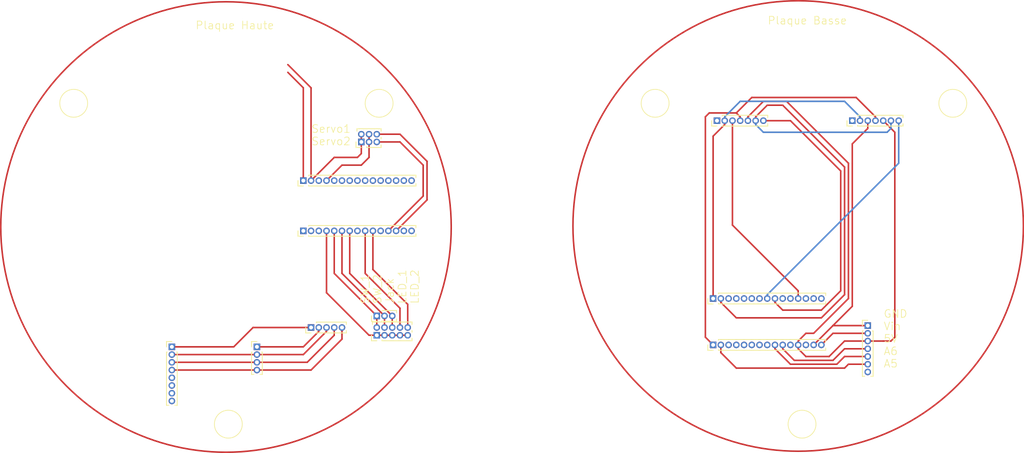
<source format=kicad_pcb>
(kicad_pcb (version 20240108) (generator "pcbnew") (generator_version "8.0")
  (title_block (title "PCB INSARIANNE1  v.1") (date "2024-04-13") (rev "CRoche") (company "INS'AERO - PÔLE TECHNIQUE - INSA CVL") (comment 1 "Projet C'Space 2024") (comment 2 "INSARIANNE1") (comment 3 "PCB (Cartes séparées et deux cartes)"))
  (layers (0 "F.Cu" signal) (31 "B.Cu" signal) (34 "B.Paste" user) (35 "F.Paste" user) (36 "B.SilkS" user "B.Silkscreen") (37 "F.SilkS" user "F.Silkscreen") (38 "B.Mask" user) (39 "F.Mask" user) (44 "Edge.Cuts" user))
  (net 0 "")
  (footprint "Connector_PinHeader_1.00mm:PinHeader_1x15_P1.00mm_Vertical" (layer "F.Cu") (at 73 60.5 90)
    (property "Reference" "REF**" (hide yes))
    (property "Value" "PinHeader_1x15_P1.00mm_Vertical" (hide yes))
    (fp_line (start -0.695 -0.685) (end 0 -0.685) (stroke (width 0.12)) (layer "F.SilkS"))
    (fp_line (start -0.695 0) (end -0.695 -0.685) (stroke (width 0.12)) (layer "F.SilkS"))
    (fp_line (start 0.695 0.685) (end 0.695 14.56) (stroke (width 0.12)) (layer "F.SilkS"))
    (fp_line (start 0.608276 0.685) (end 0.695 0.685) (stroke (width 0.12)) (layer "F.SilkS"))
    (fp_line (start -0.695 0.685) (end -0.608276 0.685) (stroke (width 0.12)) (layer "F.SilkS"))
    (fp_line (start -0.695 0.685) (end -0.695 14.56) (stroke (width 0.12)) (layer "F.SilkS"))
    (fp_line (start 0.394493 14.56) (end 0.695 14.56) (stroke (width 0.12)) (layer "F.SilkS"))
    (fp_line (start -0.695 14.56) (end -0.394493 14.56) (stroke (width 0.12)) (layer "F.SilkS"))
    (pad "1" thru_hole rect (at 0 0 90) (size 0.85 0.85) (drill 0.5) (layers "*.Cu" "*.Mask"))
    (pad "2" thru_hole oval (at 0 1 90) (size 0.85 0.85) (drill 0.5) (layers "*.Cu" "*.Mask"))
    (pad "3" thru_hole oval (at 0 2 90) (size 0.85 0.85) (drill 0.5) (layers "*.Cu" "*.Mask"))
    (pad "4" thru_hole oval (at 0 3 90) (size 0.85 0.85) (drill 0.5) (layers "*.Cu" "*.Mask"))
    (pad "5" thru_hole oval (at 0 4 90) (size 0.85 0.85) (drill 0.5) (layers "*.Cu" "*.Mask"))
    (pad "6" thru_hole oval (at 0 5 90) (size 0.85 0.85) (drill 0.5) (layers "*.Cu" "*.Mask"))
    (pad "7" thru_hole oval (at 0 6 90) (size 0.85 0.85) (drill 0.5) (layers "*.Cu" "*.Mask"))
    (pad "8" thru_hole oval (at 0 7 90) (size 0.85 0.85) (drill 0.5) (layers "*.Cu" "*.Mask"))
    (pad "9" thru_hole oval (at 0 8 90) (size 0.85 0.85) (drill 0.5) (layers "*.Cu" "*.Mask"))
    (pad "10" thru_hole oval (at 0 9 90) (size 0.85 0.85) (drill 0.5) (layers "*.Cu" "*.Mask"))
    (pad "11" thru_hole oval (at 0 10 90) (size 0.85 0.85) (drill 0.5) (layers "*.Cu" "*.Mask"))
    (pad "12" thru_hole oval (at 0 11 90) (size 0.85 0.85) (drill 0.5) (layers "*.Cu" "*.Mask"))
    (pad "13" thru_hole oval (at 0 12 90) (size 0.85 0.85) (drill 0.5) (layers "*.Cu" "*.Mask"))
    (pad "14" thru_hole oval (at 0 13 90) (size 0.85 0.85) (drill 0.5) (layers "*.Cu" "*.Mask"))
    (pad "15" thru_hole oval (at 0 14 90) (size 0.85 0.85) (drill 0.5) (layers "*.Cu" "*.Mask"))
  )
  (footprint "Connector_PinHeader_1.00mm:PinHeader_1x15_P1.00mm_Vertical" (layer "F.Cu") (at 126 75.75 90)
    (property "Reference" "REF**" (hide yes))
    (property "Value" "PinHeader_1x15_P1.00mm_Vertical" (hide yes))
    (fp_line (start -0.695 -0.685) (end 0 -0.685) (stroke (width 0.12)) (layer "F.SilkS"))
    (fp_line (start -0.695 0) (end -0.695 -0.685) (stroke (width 0.12)) (layer "F.SilkS"))
    (fp_line (start 0.695 0.685) (end 0.695 14.56) (stroke (width 0.12)) (layer "F.SilkS"))
    (fp_line (start 0.608276 0.685) (end 0.695 0.685) (stroke (width 0.12)) (layer "F.SilkS"))
    (fp_line (start -0.695 0.685) (end -0.608276 0.685) (stroke (width 0.12)) (layer "F.SilkS"))
    (fp_line (start -0.695 0.685) (end -0.695 14.56) (stroke (width 0.12)) (layer "F.SilkS"))
    (fp_line (start 0.394493 14.56) (end 0.695 14.56) (stroke (width 0.12)) (layer "F.SilkS"))
    (fp_line (start -0.695 14.56) (end -0.394493 14.56) (stroke (width 0.12)) (layer "F.SilkS"))
    (pad "1" thru_hole rect (at 0 0 90) (size 0.85 0.85) (drill 0.5) (layers "*.Cu" "*.Mask"))
    (pad "2" thru_hole oval (at 0 1 90) (size 0.85 0.85) (drill 0.5) (layers "*.Cu" "*.Mask"))
    (pad "3" thru_hole oval (at 0 2 90) (size 0.85 0.85) (drill 0.5) (layers "*.Cu" "*.Mask"))
    (pad "4" thru_hole oval (at 0 3 90) (size 0.85 0.85) (drill 0.5) (layers "*.Cu" "*.Mask"))
    (pad "5" thru_hole oval (at 0 4 90) (size 0.85 0.85) (drill 0.5) (layers "*.Cu" "*.Mask"))
    (pad "6" thru_hole oval (at 0 5 90) (size 0.85 0.85) (drill 0.5) (layers "*.Cu" "*.Mask"))
    (pad "7" thru_hole oval (at 0 6 90) (size 0.85 0.85) (drill 0.5) (layers "*.Cu" "*.Mask"))
    (pad "8" thru_hole oval (at 0 7 90) (size 0.85 0.85) (drill 0.5) (layers "*.Cu" "*.Mask"))
    (pad "9" thru_hole oval (at 0 8 90) (size 0.85 0.85) (drill 0.5) (layers "*.Cu" "*.Mask"))
    (pad "10" thru_hole oval (at 0 9 90) (size 0.85 0.85) (drill 0.5) (layers "*.Cu" "*.Mask"))
    (pad "11" thru_hole oval (at 0 10 90) (size 0.85 0.85) (drill 0.5) (layers "*.Cu" "*.Mask"))
    (pad "12" thru_hole oval (at 0 11 90) (size 0.85 0.85) (drill 0.5) (layers "*.Cu" "*.Mask"))
    (pad "13" thru_hole oval (at 0 12 90) (size 0.85 0.85) (drill 0.5) (layers "*.Cu" "*.Mask"))
    (pad "14" thru_hole oval (at 0 13 90) (size 0.85 0.85) (drill 0.5) (layers "*.Cu" "*.Mask"))
    (pad "15" thru_hole oval (at 0 14 90) (size 0.85 0.85) (drill 0.5) (layers "*.Cu" "*.Mask"))
  )
  (footprint "Connector_PinHeader_1.00mm:PinHeader_1x07_P1.00mm_Vertical" (layer "F.Cu") (at 146 79.25)
    (property "Reference" "REF**" (hide yes))
    (property "Value" "PinHeader_1x07_P1.00mm_Vertical" (hide yes))
    (fp_line (start -0.695 -0.685) (end 0 -0.685) (stroke (width 0.12)) (layer "F.SilkS"))
    (fp_line (start -0.695 0) (end -0.695 -0.685) (stroke (width 0.12)) (layer "F.SilkS"))
    (fp_line (start -0.695 0.685) (end -0.695 6.56) (stroke (width 0.12)) (layer "F.SilkS"))
    (fp_line (start -0.695 0.685) (end -0.608276 0.685) (stroke (width 0.12)) (layer "F.SilkS"))
    (fp_line (start -0.695 6.56) (end -0.394493 6.56) (stroke (width 0.12)) (layer "F.SilkS"))
    (fp_line (start 0.394493 6.56) (end 0.695 6.56) (stroke (width 0.12)) (layer "F.SilkS"))
    (fp_line (start 0.608276 0.685) (end 0.695 0.685) (stroke (width 0.12)) (layer "F.SilkS"))
    (fp_line (start 0.695 0.685) (end 0.695 6.56) (stroke (width 0.12)) (layer "F.SilkS"))
    (pad "1" thru_hole rect (at 0 0) (size 0.85 0.85) (drill 0.5) (layers "*.Cu" "*.Mask"))
    (pad "2" thru_hole oval (at 0 1) (size 0.85 0.85) (drill 0.5) (layers "*.Cu" "*.Mask"))
    (pad "3" thru_hole oval (at 0 2) (size 0.85 0.85) (drill 0.5) (layers "*.Cu" "*.Mask"))
    (pad "4" thru_hole oval (at 0 3) (size 0.85 0.85) (drill 0.5) (layers "*.Cu" "*.Mask"))
    (pad "5" thru_hole oval (at 0 4) (size 0.85 0.85) (drill 0.5) (layers "*.Cu" "*.Mask"))
    (pad "6" thru_hole oval (at 0 5) (size 0.85 0.85) (drill 0.5) (layers "*.Cu" "*.Mask"))
    (pad "7" thru_hole oval (at 0 6) (size 0.85 0.85) (drill 0.5) (layers "*.Cu" "*.Mask"))
  )
  (footprint "Connector_PinHeader_1.00mm:PinHeader_1x15_P1.00mm_Vertical" (layer "F.Cu") (at 73 67 90)
    (property "Reference" "REF**" (hide yes))
    (property "Value" "PinHeader_1x15_P1.00mm_Vertical" (hide yes))
    (fp_line (start -0.695 -0.685) (end 0 -0.685) (stroke (width 0.12)) (layer "F.SilkS"))
    (fp_line (start -0.695 0) (end -0.695 -0.685) (stroke (width 0.12)) (layer "F.SilkS"))
    (fp_line (start 0.695 0.685) (end 0.695 14.56) (stroke (width 0.12)) (layer "F.SilkS"))
    (fp_line (start 0.608276 0.685) (end 0.695 0.685) (stroke (width 0.12)) (layer "F.SilkS"))
    (fp_line (start -0.695 0.685) (end -0.608276 0.685) (stroke (width 0.12)) (layer "F.SilkS"))
    (fp_line (start -0.695 0.685) (end -0.695 14.56) (stroke (width 0.12)) (layer "F.SilkS"))
    (fp_line (start 0.394493 14.56) (end 0.695 14.56) (stroke (width 0.12)) (layer "F.SilkS"))
    (fp_line (start -0.695 14.56) (end -0.394493 14.56) (stroke (width 0.12)) (layer "F.SilkS"))
    (pad "1" thru_hole rect (at 0 0 90) (size 0.85 0.85) (drill 0.5) (layers "*.Cu" "*.Mask"))
    (pad "2" thru_hole oval (at 0 1 90) (size 0.85 0.85) (drill 0.5) (layers "*.Cu" "*.Mask"))
    (pad "3" thru_hole oval (at 0 2 90) (size 0.85 0.85) (drill 0.5) (layers "*.Cu" "*.Mask"))
    (pad "4" thru_hole oval (at 0 3 90) (size 0.85 0.85) (drill 0.5) (layers "*.Cu" "*.Mask"))
    (pad "5" thru_hole oval (at 0 4 90) (size 0.85 0.85) (drill 0.5) (layers "*.Cu" "*.Mask"))
    (pad "6" thru_hole oval (at 0 5 90) (size 0.85 0.85) (drill 0.5) (layers "*.Cu" "*.Mask"))
    (pad "7" thru_hole oval (at 0 6 90) (size 0.85 0.85) (drill 0.5) (layers "*.Cu" "*.Mask"))
    (pad "8" thru_hole oval (at 0 7 90) (size 0.85 0.85) (drill 0.5) (layers "*.Cu" "*.Mask"))
    (pad "9" thru_hole oval (at 0 8 90) (size 0.85 0.85) (drill 0.5) (layers "*.Cu" "*.Mask"))
    (pad "10" thru_hole oval (at 0 9 90) (size 0.85 0.85) (drill 0.5) (layers "*.Cu" "*.Mask"))
    (pad "11" thru_hole oval (at 0 10 90) (size 0.85 0.85) (drill 0.5) (layers "*.Cu" "*.Mask"))
    (pad "12" thru_hole oval (at 0 11 90) (size 0.85 0.85) (drill 0.5) (layers "*.Cu" "*.Mask"))
    (pad "13" thru_hole oval (at 0 12 90) (size 0.85 0.85) (drill 0.5) (layers "*.Cu" "*.Mask"))
    (pad "14" thru_hole oval (at 0 13 90) (size 0.85 0.85) (drill 0.5) (layers "*.Cu" "*.Mask"))
    (pad "15" thru_hole oval (at 0 14 90) (size 0.85 0.85) (drill 0.5) (layers "*.Cu" "*.Mask"))
  )
  (footprint "Connector_PinHeader_1.00mm:PinHeader_2x03_P1.00mm_Vertical" (layer "F.Cu") (at 80.5 55.5 90)
    (property "Reference" "REF**" (hide yes))
    (property "Value" "PinHeader_2x03_P1.00mm_Vertical" (hide yes))
    (fp_line (start -0.71 -0.685) (end 0 -0.685) (stroke (width 0.12)) (layer "F.SilkS"))
    (fp_line (start 1.71 -0.56) (end 1.71 2.56) (stroke (width 0.12)) (layer "F.SilkS"))
    (fp_line (start 1.394493 -0.56) (end 1.71 -0.56) (stroke (width 0.12)) (layer "F.SilkS"))
    (fp_line (start -0.71 0) (end -0.71 -0.685) (stroke (width 0.12)) (layer "F.SilkS"))
    (fp_line (start -0.71 0.685) (end -0.608276 0.685) (stroke (width 0.12)) (layer "F.SilkS"))
    (fp_line (start -0.71 0.685) (end -0.71 2.56) (stroke (width 0.12)) (layer "F.SilkS"))
    (fp_line (start 1.394493 2.56) (end 1.71 2.56) (stroke (width 0.12)) (layer "F.SilkS"))
    (fp_line (start 0.394493 2.56) (end 0.605507 2.56) (stroke (width 0.12)) (layer "F.SilkS"))
    (fp_line (start -0.71 2.56) (end -0.394493 2.56) (stroke (width 0.12)) (layer "F.SilkS"))
    (pad "1" thru_hole rect (at 0 0 90) (size 0.85 0.85) (drill 0.5) (layers "*.Cu" "*.Mask"))
    (pad "2" thru_hole oval (at 1 0 90) (size 0.85 0.85) (drill 0.5) (layers "*.Cu" "*.Mask"))
    (pad "3" thru_hole oval (at 0 1 90) (size 0.85 0.85) (drill 0.5) (layers "*.Cu" "*.Mask"))
    (pad "4" thru_hole oval (at 1 1 90) (size 0.85 0.85) (drill 0.5) (layers "*.Cu" "*.Mask"))
    (pad "5" thru_hole oval (at 0 2 90) (size 0.85 0.85) (drill 0.5) (layers "*.Cu" "*.Mask"))
    (pad "6" thru_hole oval (at 1 2 90) (size 0.85 0.85) (drill 0.5) (layers "*.Cu" "*.Mask"))
  )
  (footprint "Connector_PinHeader_1.00mm:PinHeader_1x07_P1.00mm_Vertical" (layer "F.Cu") (at 144 52.75 90)
    (property "Reference" "REF**" (hide yes))
    (property "Value" "PinHeader_1x07_P1.00mm_Vertical" (hide yes))
    (fp_line (start -0.695 -0.685) (end 0 -0.685) (stroke (width 0.12)) (layer "F.SilkS"))
    (fp_line (start -0.695 0) (end -0.695 -0.685) (stroke (width 0.12)) (layer "F.SilkS"))
    (fp_line (start 0.695 0.685) (end 0.695 6.56) (stroke (width 0.12)) (layer "F.SilkS"))
    (fp_line (start 0.608276 0.685) (end 0.695 0.685) (stroke (width 0.12)) (layer "F.SilkS"))
    (fp_line (start -0.695 0.685) (end -0.608276 0.685) (stroke (width 0.12)) (layer "F.SilkS"))
    (fp_line (start -0.695 0.685) (end -0.695 6.56) (stroke (width 0.12)) (layer "F.SilkS"))
    (fp_line (start 0.394493 6.56) (end 0.695 6.56) (stroke (width 0.12)) (layer "F.SilkS"))
    (fp_line (start -0.695 6.56) (end -0.394493 6.56) (stroke (width 0.12)) (layer "F.SilkS"))
    (pad "1" thru_hole rect (at 0 0 90) (size 0.85 0.85) (drill 0.5) (layers "*.Cu" "*.Mask"))
    (pad "2" thru_hole oval (at 0 1 90) (size 0.85 0.85) (drill 0.5) (layers "*.Cu" "*.Mask"))
    (pad "3" thru_hole oval (at 0 2 90) (size 0.85 0.85) (drill 0.5) (layers "*.Cu" "*.Mask"))
    (pad "4" thru_hole oval (at 0 3 90) (size 0.85 0.85) (drill 0.5) (layers "*.Cu" "*.Mask"))
    (pad "5" thru_hole oval (at 0 4 90) (size 0.85 0.85) (drill 0.5) (layers "*.Cu" "*.Mask"))
    (pad "6" thru_hole oval (at 0 5 90) (size 0.85 0.85) (drill 0.5) (layers "*.Cu" "*.Mask"))
    (pad "7" thru_hole oval (at 0 6 90) (size 0.85 0.85) (drill 0.5) (layers "*.Cu" "*.Mask"))
  )
  (footprint "Connector_PinHeader_1.00mm:PinHeader_1x15_P1.00mm_Vertical" (layer "F.Cu") (at 126 81.75 90)
    (property "Reference" "REF**" (hide yes))
    (property "Value" "PinHeader_1x15_P1.00mm_Vertical" (hide yes))
    (fp_line (start -0.695 -0.685) (end 0 -0.685) (stroke (width 0.12)) (layer "F.SilkS"))
    (fp_line (start -0.695 0) (end -0.695 -0.685) (stroke (width 0.12)) (layer "F.SilkS"))
    (fp_line (start 0.695 0.685) (end 0.695 14.56) (stroke (width 0.12)) (layer "F.SilkS"))
    (fp_line (start 0.608276 0.685) (end 0.695 0.685) (stroke (width 0.12)) (layer "F.SilkS"))
    (fp_line (start -0.695 0.685) (end -0.608276 0.685) (stroke (width 0.12)) (layer "F.SilkS"))
    (fp_line (start -0.695 0.685) (end -0.695 14.56) (stroke (width 0.12)) (layer "F.SilkS"))
    (fp_line (start 0.394493 14.56) (end 0.695 14.56) (stroke (width 0.12)) (layer "F.SilkS"))
    (fp_line (start -0.695 14.56) (end -0.394493 14.56) (stroke (width 0.12)) (layer "F.SilkS"))
    (pad "1" thru_hole rect (at 0 0 90) (size 0.85 0.85) (drill 0.5) (layers "*.Cu" "*.Mask"))
    (pad "2" thru_hole oval (at 0 1 90) (size 0.85 0.85) (drill 0.5) (layers "*.Cu" "*.Mask"))
    (pad "3" thru_hole oval (at 0 2 90) (size 0.85 0.85) (drill 0.5) (layers "*.Cu" "*.Mask"))
    (pad "4" thru_hole oval (at 0 3 90) (size 0.85 0.85) (drill 0.5) (layers "*.Cu" "*.Mask"))
    (pad "5" thru_hole oval (at 0 4 90) (size 0.85 0.85) (drill 0.5) (layers "*.Cu" "*.Mask"))
    (pad "6" thru_hole oval (at 0 5 90) (size 0.85 0.85) (drill 0.5) (layers "*.Cu" "*.Mask"))
    (pad "7" thru_hole oval (at 0 6 90) (size 0.85 0.85) (drill 0.5) (layers "*.Cu" "*.Mask"))
    (pad "8" thru_hole oval (at 0 7 90) (size 0.85 0.85) (drill 0.5) (layers "*.Cu" "*.Mask"))
    (pad "9" thru_hole oval (at 0 8 90) (size 0.85 0.85) (drill 0.5) (layers "*.Cu" "*.Mask"))
    (pad "10" thru_hole oval (at 0 9 90) (size 0.85 0.85) (drill 0.5) (layers "*.Cu" "*.Mask"))
    (pad "11" thru_hole oval (at 0 10 90) (size 0.85 0.85) (drill 0.5) (layers "*.Cu" "*.Mask"))
    (pad "12" thru_hole oval (at 0 11 90) (size 0.85 0.85) (drill 0.5) (layers "*.Cu" "*.Mask"))
    (pad "13" thru_hole oval (at 0 12 90) (size 0.85 0.85) (drill 0.5) (layers "*.Cu" "*.Mask"))
    (pad "14" thru_hole oval (at 0 13 90) (size 0.85 0.85) (drill 0.5) (layers "*.Cu" "*.Mask"))
    (pad "15" thru_hole oval (at 0 14 90) (size 0.85 0.85) (drill 0.5) (layers "*.Cu" "*.Mask"))
  )
  (footprint "Connector_PinHeader_1.00mm:PinHeader_1x03_P1.00mm_Vertical" (layer "F.Cu") (at 82.5 78 90)
    (property "Reference" "REF**" (hide yes))
    (property "Value" "PinHeader_1x03_P1.00mm_Vertical" (hide yes))
    (fp_line (start -0.695 -0.685) (end 0 -0.685) (stroke (width 0.12)) (layer "F.SilkS"))
    (fp_line (start -0.695 0) (end -0.695 -0.685) (stroke (width 0.12)) (layer "F.SilkS"))
    (fp_line (start 0.695 0.685) (end 0.695 2.56) (stroke (width 0.12)) (layer "F.SilkS"))
    (fp_line (start 0.608276 0.685) (end 0.695 0.685) (stroke (width 0.12)) (layer "F.SilkS"))
    (fp_line (start -0.695 0.685) (end -0.608276 0.685) (stroke (width 0.12)) (layer "F.SilkS"))
    (fp_line (start -0.695 0.685) (end -0.695 2.56) (stroke (width 0.12)) (layer "F.SilkS"))
    (fp_line (start 0.394493 2.56) (end 0.695 2.56) (stroke (width 0.12)) (layer "F.SilkS"))
    (fp_line (start -0.695 2.56) (end -0.394493 2.56) (stroke (width 0.12)) (layer "F.SilkS"))
    (pad "1" thru_hole rect (at 0 0 90) (size 0.85 0.85) (drill 0.5) (layers "*.Cu" "*.Mask"))
    (pad "2" thru_hole oval (at 0 1 90) (size 0.85 0.85) (drill 0.5) (layers "*.Cu" "*.Mask"))
    (pad "3" thru_hole oval (at 0 2 90) (size 0.85 0.85) (drill 0.5) (layers "*.Cu" "*.Mask"))
  )
  (footprint "Connector_PinHeader_1.00mm:PinHeader_1x05_P1.00mm_Vertical" (layer "F.Cu") (at 74 79.5 90)
    (property "Reference" "REF**" (hide yes))
    (property "Value" "PinHeader_1x05_P1.00mm_Vertical" (hide yes))
    (fp_line (start -0.695 -0.685) (end 0 -0.685) (stroke (width 0.12)) (layer "F.SilkS"))
    (fp_line (start -0.695 0) (end -0.695 -0.685) (stroke (width 0.12)) (layer "F.SilkS"))
    (fp_line (start 0.695 0.685) (end 0.695 4.56) (stroke (width 0.12)) (layer "F.SilkS"))
    (fp_line (start 0.608276 0.685) (end 0.695 0.685) (stroke (width 0.12)) (layer "F.SilkS"))
    (fp_line (start -0.695 0.685) (end -0.608276 0.685) (stroke (width 0.12)) (layer "F.SilkS"))
    (fp_line (start -0.695 0.685) (end -0.695 4.56) (stroke (width 0.12)) (layer "F.SilkS"))
    (fp_line (start 0.394493 4.56) (end 0.695 4.56) (stroke (width 0.12)) (layer "F.SilkS"))
    (fp_line (start -0.695 4.56) (end -0.394493 4.56) (stroke (width 0.12)) (layer "F.SilkS"))
    (pad "1" thru_hole rect (at 0 0 90) (size 0.85 0.85) (drill 0.5) (layers "*.Cu" "*.Mask"))
    (pad "2" thru_hole oval (at 0 1 90) (size 0.85 0.85) (drill 0.5) (layers "*.Cu" "*.Mask"))
    (pad "3" thru_hole oval (at 0 2 90) (size 0.85 0.85) (drill 0.5) (layers "*.Cu" "*.Mask"))
    (pad "4" thru_hole oval (at 0 3 90) (size 0.85 0.85) (drill 0.5) (layers "*.Cu" "*.Mask"))
    (pad "5" thru_hole oval (at 0 4 90) (size 0.85 0.85) (drill 0.5) (layers "*.Cu" "*.Mask"))
  )
  (footprint "Connector_PinHeader_1.00mm:PinHeader_1x08_P1.00mm_Vertical" (layer "F.Cu") (at 56 82)
    (property "Reference" "REF**" (hide yes))
    (property "Value" "PinHeader_1x08_P1.00mm_Vertical" (hide yes))
    (fp_line (start -0.695 -0.685) (end 0 -0.685) (stroke (width 0.12)) (layer "F.SilkS"))
    (fp_line (start -0.695 0) (end -0.695 -0.685) (stroke (width 0.12)) (layer "F.SilkS"))
    (fp_line (start -0.695 0.685) (end -0.695 7.56) (stroke (width 0.12)) (layer "F.SilkS"))
    (fp_line (start -0.695 0.685) (end -0.608276 0.685) (stroke (width 0.12)) (layer "F.SilkS"))
    (fp_line (start -0.695 7.56) (end -0.394493 7.56) (stroke (width 0.12)) (layer "F.SilkS"))
    (fp_line (start 0.394493 7.56) (end 0.695 7.56) (stroke (width 0.12)) (layer "F.SilkS"))
    (fp_line (start 0.608276 0.685) (end 0.695 0.685) (stroke (width 0.12)) (layer "F.SilkS"))
    (fp_line (start 0.695 0.685) (end 0.695 7.56) (stroke (width 0.12)) (layer "F.SilkS"))
    (pad "1" thru_hole rect (at 0 0) (size 0.85 0.85) (drill 0.5) (layers "*.Cu" "*.Mask"))
    (pad "2" thru_hole oval (at 0 1) (size 0.85 0.85) (drill 0.5) (layers "*.Cu" "*.Mask"))
    (pad "3" thru_hole oval (at 0 2) (size 0.85 0.85) (drill 0.5) (layers "*.Cu" "*.Mask"))
    (pad "4" thru_hole oval (at 0 3) (size 0.85 0.85) (drill 0.5) (layers "*.Cu" "*.Mask"))
    (pad "5" thru_hole oval (at 0 4) (size 0.85 0.85) (drill 0.5) (layers "*.Cu" "*.Mask"))
    (pad "6" thru_hole oval (at 0 5) (size 0.85 0.85) (drill 0.5) (layers "*.Cu" "*.Mask"))
    (pad "7" thru_hole oval (at 0 6) (size 0.85 0.85) (drill 0.5) (layers "*.Cu" "*.Mask"))
    (pad "8" thru_hole oval (at 0 7) (size 0.85 0.85) (drill 0.5) (layers "*.Cu" "*.Mask"))
  )
  (footprint "Connector_PinHeader_1.00mm:PinHeader_2x05_P1.00mm_Vertical" (layer "F.Cu") (at 82.5 80.5 90)
    (property "Reference" "REF**" (hide yes))
    (property "Value" "PinHeader_2x05_P1.00mm_Vertical" (hide yes))
    (fp_line (start -0.71 -0.685) (end 0 -0.685) (stroke (width 0.12)) (layer "F.SilkS"))
    (fp_line (start 1.71 -0.56) (end 1.71 4.56) (stroke (width 0.12)) (layer "F.SilkS"))
    (fp_line (start 1.394493 -0.56) (end 1.71 -0.56) (stroke (width 0.12)) (layer "F.SilkS"))
    (fp_line (start -0.71 0) (end -0.71 -0.685) (stroke (width 0.12)) (layer "F.SilkS"))
    (fp_line (start -0.71 0.685) (end -0.608276 0.685) (stroke (width 0.12)) (layer "F.SilkS"))
    (fp_line (start -0.71 0.685) (end -0.71 4.56) (stroke (width 0.12)) (layer "F.SilkS"))
    (fp_line (start 1.394493 4.56) (end 1.71 4.56) (stroke (width 0.12)) (layer "F.SilkS"))
    (fp_line (start 0.394493 4.56) (end 0.605507 4.56) (stroke (width 0.12)) (layer "F.SilkS"))
    (fp_line (start -0.71 4.56) (end -0.394493 4.56) (stroke (width 0.12)) (layer "F.SilkS"))
    (pad "1" thru_hole rect (at 0 0 90) (size 0.85 0.85) (drill 0.5) (layers "*.Cu" "*.Mask"))
    (pad "2" thru_hole oval (at 1 0 90) (size 0.85 0.85) (drill 0.5) (layers "*.Cu" "*.Mask"))
    (pad "3" thru_hole oval (at 0 1 90) (size 0.85 0.85) (drill 0.5) (layers "*.Cu" "*.Mask"))
    (pad "4" thru_hole oval (at 1 1 90) (size 0.85 0.85) (drill 0.5) (layers "*.Cu" "*.Mask"))
    (pad "5" thru_hole oval (at 0 2 90) (size 0.85 0.85) (drill 0.5) (layers "*.Cu" "*.Mask"))
    (pad "6" thru_hole oval (at 1 2 90) (size 0.85 0.85) (drill 0.5) (layers "*.Cu" "*.Mask"))
    (pad "7" thru_hole oval (at 0 3 90) (size 0.85 0.85) (drill 0.5) (layers "*.Cu" "*.Mask"))
    (pad "8" thru_hole oval (at 1 3 90) (size 0.85 0.85) (drill 0.5) (layers "*.Cu" "*.Mask"))
    (pad "9" thru_hole oval (at 0 4 90) (size 0.85 0.85) (drill 0.5) (layers "*.Cu" "*.Mask"))
    (pad "10" thru_hole oval (at 1 4 90) (size 0.85 0.85) (drill 0.5) (layers "*.Cu" "*.Mask"))
  )
  (footprint "Connector_PinHeader_1.00mm:PinHeader_1x04_P1.00mm_Vertical" (layer "F.Cu") (at 67 82)
    (property "Reference" "REF**" (hide yes))
    (property "Value" "PinHeader_1x04_P1.00mm_Vertical" (hide yes))
    (fp_line (start -0.695 -0.685) (end 0 -0.685) (stroke (width 0.12)) (layer "F.SilkS"))
    (fp_line (start -0.695 0) (end -0.695 -0.685) (stroke (width 0.12)) (layer "F.SilkS"))
    (fp_line (start -0.695 0.685) (end -0.695 3.56) (stroke (width 0.12)) (layer "F.SilkS"))
    (fp_line (start -0.695 0.685) (end -0.608276 0.685) (stroke (width 0.12)) (layer "F.SilkS"))
    (fp_line (start -0.695 3.56) (end -0.394493 3.56) (stroke (width 0.12)) (layer "F.SilkS"))
    (fp_line (start 0.394493 3.56) (end 0.695 3.56) (stroke (width 0.12)) (layer "F.SilkS"))
    (fp_line (start 0.608276 0.685) (end 0.695 0.685) (stroke (width 0.12)) (layer "F.SilkS"))
    (fp_line (start 0.695 0.685) (end 0.695 3.56) (stroke (width 0.12)) (layer "F.SilkS"))
    (pad "1" thru_hole rect (at 0 0) (size 0.85 0.85) (drill 0.5) (layers "*.Cu" "*.Mask"))
    (pad "2" thru_hole oval (at 0 1) (size 0.85 0.85) (drill 0.5) (layers "*.Cu" "*.Mask"))
    (pad "3" thru_hole oval (at 0 2) (size 0.85 0.85) (drill 0.5) (layers "*.Cu" "*.Mask"))
    (pad "4" thru_hole oval (at 0 3) (size 0.85 0.85) (drill 0.5) (layers "*.Cu" "*.Mask"))
  )
  (footprint "Connector_PinHeader_1.00mm:PinHeader_1x07_P1.00mm_Vertical" (layer "F.Cu") (at 126.5 52.75 90)
    (property "Reference" "REF**" (hide yes))
    (property "Value" "PinHeader_1x07_P1.00mm_Vertical" (hide yes))
    (fp_line (start -0.695 -0.685) (end 0 -0.685) (stroke (width 0.12)) (layer "F.SilkS"))
    (fp_line (start -0.695 0) (end -0.695 -0.685) (stroke (width 0.12)) (layer "F.SilkS"))
    (fp_line (start 0.695 0.685) (end 0.695 6.56) (stroke (width 0.12)) (layer "F.SilkS"))
    (fp_line (start 0.608276 0.685) (end 0.695 0.685) (stroke (width 0.12)) (layer "F.SilkS"))
    (fp_line (start -0.695 0.685) (end -0.608276 0.685) (stroke (width 0.12)) (layer "F.SilkS"))
    (fp_line (start -0.695 0.685) (end -0.695 6.56) (stroke (width 0.12)) (layer "F.SilkS"))
    (fp_line (start 0.394493 6.56) (end 0.695 6.56) (stroke (width 0.12)) (layer "F.SilkS"))
    (fp_line (start -0.695 6.56) (end -0.394493 6.56) (stroke (width 0.12)) (layer "F.SilkS"))
    (pad "1" thru_hole rect (at 0 0 90) (size 0.85 0.85) (drill 0.5) (layers "*.Cu" "*.Mask"))
    (pad "2" thru_hole oval (at 0 1 90) (size 0.85 0.85) (drill 0.5) (layers "*.Cu" "*.Mask"))
    (pad "3" thru_hole oval (at 0 2 90) (size 0.85 0.85) (drill 0.5) (layers "*.Cu" "*.Mask"))
    (pad "4" thru_hole oval (at 0 3 90) (size 0.85 0.85) (drill 0.5) (layers "*.Cu" "*.Mask"))
    (pad "5" thru_hole oval (at 0 4 90) (size 0.85 0.85) (drill 0.5) (layers "*.Cu" "*.Mask"))
    (pad "6" thru_hole oval (at 0 5 90) (size 0.85 0.85) (drill 0.5) (layers "*.Cu" "*.Mask"))
    (pad "7" thru_hole oval (at 0 6 90) (size 0.85 0.85) (drill 0.5) (layers "*.Cu" "*.Mask"))
  )
  (gr_circle (center 137 66.370977) (end 114.5 47.870977) (stroke (width 0.2)) (fill none) (layer "F.Cu"))
  (gr_circle (center 63 66.5) (end 40.5 48) (stroke (width 0.2)) (fill none) (layer "F.Cu"))
  (gr_circle (center 63.302775 92) (end 61.802775 91) (stroke (width 0.1)) (fill none) (layer "F.SilkS"))
  (gr_circle (center 43.302775 50.5) (end 41.802775 49.5) (stroke (width 0.1)) (fill none) (layer "F.SilkS"))
  (gr_circle (center 137.5 92) (end 136 91) (stroke (width 0.1)) (fill none) (layer "F.SilkS"))
  (gr_circle (center 118.5 50.5) (end 117 49.5) (stroke (width 0.1)) (fill none) (layer "F.SilkS"))
  (gr_circle (center 157 50.5) (end 155.5 49.5) (stroke (width 0.1)) (fill none) (layer "F.SilkS"))
  (gr_circle (center 82.802775 50.5) (end 81.302775 49.5) (stroke (width 0.1)) (fill none) (layer "F.SilkS"))
  (gr_text "SW_1\nSW_2\nJack\nLED_1\nLED_2" (at 88 76.5 90) (layer "F.SilkS") (effects (font (size 1 1) (thickness 0.1)) (justify left bottom)))
  (gr_text "Servo1\nServo2\n" (at 74 56 0) (layer "F.SilkS") (effects (font (size 1 1) (thickness 0.1)) (justify left bottom)))
  (gr_text "Plaque Basse" (at 133 40.379023 0) (layer "F.SilkS") (effects (font (size 1 1) (thickness 0.1)) (justify left bottom)))
  (gr_text "GND\nVin\n5V\nA6\nA5" (at 148 84.75 0) (layer "F.SilkS") (effects (font (size 1 1) (thickness 0.1)) (justify left bottom)))
  (gr_text "Plaque Haute" (at 59 41 0) (layer "F.SilkS") (effects (font (size 1 1) (thickness 0.1)) (justify left bottom)))
  (segment (start 83.5 78) (end 83.5 79.5) (width 0.2) (layer "F.Cu") (net 0))
  (segment (start 143 75.25) (end 143 58.75) (width 0.2) (layer "F.Cu") (net 0))
  (segment (start 76 75) (end 81.5 80.5) (width 0.2) (layer "F.Cu") (net 0))
  (segment (start 147 52.75) (end 147 52.25) (width 0.2) (layer "F.Cu") (net 0))
  (segment (start 73 82) (end 67 82) (width 0.2) (layer "F.Cu") (net 0))
  (segment (start 79 67) (end 79 72.5) (width 0.2) (layer "F.Cu") (net 0))
  (segment (start 77 57.5) (end 74 60.5) (width 0.2) (layer "F.Cu") (net 0))
  (segment (start 85.5 55.5) (end 82.5 55.5) (width 0.2) (layer "F.Cu") (net 0))
  (segment (start 137 74.75) (end 128.5 66.25) (width 0.2) (layer "F.Cu") (net 0))
  (segment (start 76 60.5) (end 78 58.5) (width 0.2) (layer "F.Cu") (net 0))
  (segment (start 74 48.5) (end 71 45.5) (width 0.2) (layer "F.Cu") (net 0))
  (segment (start 64 82) (end 56 82) (width 0.2) (layer "F.Cu") (net 0))
  (segment (start 147 52.25) (end 144.5 49.75) (width 0.2) (layer "F.Cu") (net 0))
  (segment (start 85.5 54.5) (end 82.5 54.5) (width 0.2) (layer "F.Cu") (net 0))
  (segment (start 67 85) (end 56 85) (width 0.2) (layer "F.Cu") (net 0))
  (segment (start 79 72.5) (end 84.5 78) (width 0.2) (layer "F.Cu") (net 0))
  (segment (start 88.5 62.5) (end 88.5 58.5) (width 0.2) (layer "F.Cu") (net 0))
  (segment (start 141 83.25) (end 143 81.25) (width 0.2) (layer "F.Cu") (net 0))
  (segment (start 67 83) (end 56 83) (width 0.2) (layer "F.Cu") (net 0))
  (segment (start 82.5 78) (end 82.5 79.5) (width 0.2) (layer "F.Cu") (net 0))
  (segment (start 74 79.5) (end 66.5 79.5) (width 0.2) (layer "F.Cu") (net 0))
  (segment (start 143.5 58.25) (end 135.5 50.25) (width 0.2) (layer "F.Cu") (net 0))
  (segment (start 136 52.75) (end 132.5 52.75) (width 0.2) (layer "F.Cu") (net 0))
  (segment (start 77 72.5) (end 77 67) (width 0.2) (layer "F.Cu") (net 0))
  (segment (start 76 67) (end 76 75) (width 0.2) (layer "F.Cu") (net 0))
  (segment (start 73 83) (end 67 83) (width 0.2) (layer "F.Cu") (net 0))
  (segment (start 73 60.5) (end 73 48.5) (width 0.2) (layer "F.Cu") (net 0))
  (segment (start 136 84.25) (end 142 84.25) (width 0.2) (layer "F.Cu") (net 0))
  (segment (start 134 75.75) (end 134 76.25) (width 0.2) (layer "F.Cu") (net 0))
  (segment (start 137 75.75) (end 137 74.75) (width 0.2) (layer "F.Cu") (net 0))
  (segment (start 134 82.25) (end 136 84.25) (width 0.2) (layer "F.Cu") (net 0))
  (segment (start 89 58) (end 85.5 54.5) (width 0.2) (layer "F.Cu") (net 0))
  (segment (start 141.5 79.25) (end 139 81.75) (width 0.2) (layer "F.Cu") (net 0))
  (segment (start 143 81.25) (end 148 81.25) (width 0.2) (layer "F.Cu") (net 0))
  (segment (start 126 75.75) (end 126 54.75) (width 0.2) (layer "F.Cu") (net 0))
  (segment (start 78 79.5) (end 78 81) (width 0.2) (layer "F.Cu") (net 0))
  (segment (start 127 76.25) (end 129 78.25) (width 0.2) (layer "F.Cu") (net 0))
  (segment (start 74 60.5) (end 74 48.5) (width 0.2) (layer "F.Cu") (net 0))
  (segment (start 137 82.25) (end 138 83.25) (width 0.2) (layer "F.Cu") (net 0))
  (segment (start 127 82.75) (end 129 84.75) (width 0.2) (layer "F.Cu") (net 0))
  (segment (start 80.5 58.5) (end 81.5 57.5) (width 0.2) (layer "F.Cu") (net 0))
  (segment (start 138 80.25) (end 139 80.25) (width 0.2) (layer "F.Cu") (net 0))
  (segment (start 138 83.25) (end 141 83.25) (width 0.2) (layer "F.Cu") (net 0))
  (segment (start 139 80.25) (end 143.5 75.75) (width 0.2) (layer "F.Cu") (net 0))
  (segment (start 125.5 51.75) (end 125 52.25) (width 0.2) (layer "F.Cu") (net 0))
  (segment (start 89 63) (end 89 58) (width 0.2) (layer "F.Cu") (net 0))
  (segment (start 141.5 80.25) (end 146 80.25) (width 0.2) (layer "F.Cu") (net 0))
  (segment (start 142.5 59.25) (end 136 52.75) (width 0.2) (layer "F.Cu") (net 0))
  (segment (start 75 79.5) (end 75 80) (width 0.2) (layer "F.Cu") (net 0))
  (segment (start 127 75.75) (end 127 76.25) (width 0.2) (layer "F.Cu") (net 0))
  (segment (start 73 48.5) (end 71 46.5) (width 0.2) (layer "F.Cu") (net 0))
  (segment (start 137 81.75) (end 137 82.25) (width 0.2) (layer "F.Cu") (net 0))
  (segment (start 128.5 66.25) (end 128.5 52.75) (width 0.2) (layer "F.Cu") (net 0))
  (segment (start 127 81.75) (end 127 82.75) (width 0.2) (layer "F.Cu") (net 0))
  (segment (start 135 50.75) (end 133 50.75) (width 0.2) (layer "F.Cu") (net 0))
  (segment (start 76 79.5) (end 76 80) (width 0.2) (layer "F.Cu") (net 0))
  (segment (start 144 76.75) (end 144 55.75) (width 0.2) (layer "F.Cu") (net 0))
  (segment (start 76 80) (end 73 83) (width 0.2) (layer "F.Cu") (net 0))
  (segment (start 126 54.75) (end 127.5 53.25) (width 0.2) (layer "F.Cu") (net 0))
  (segment (start 141.5 83.75) (end 143 82.25) (width 0.2) (layer "F.Cu") (net 0))
  (segment (start 149.5 54.25) (end 148 52.75) (width 0.2) (layer "F.Cu") (net 0))
  (segment (start 134 81.75) (end 134 82.25) (width 0.2) (layer "F.Cu") (net 0))
  (segment (start 135 81.75) (end 135 82.25) (width 0.2) (layer "F.Cu") (net 0))
  (segment (start 143 58.75) (end 135 50.75) (width 0.2) (layer "F.Cu") (net 0))
  (segment (start 141.5 79.25) (end 144 76.75) (width 0.2) (layer "F.Cu") (net 0))
  (segment (start 129 51.75) (end 125.5 51.75) (width 0.2) (layer "F.Cu") (net 0))
  (segment (start 146 53.75) (end 146 52.75) (width 0.2) (layer "F.Cu") (net 0))
  (segment (start 67 84) (end 73.5 84) (width 0.2) (layer "F.Cu") (net 0))
  (segment (start 143 84.75) (end 143.5 84.25) (width 0.2) (layer "F.Cu") (net 0))
  (segment (start 85 67) (end 89 63) (width 0.2) (layer "F.Cu") (net 0))
  (segment (start 129.5 52.25) (end 129 51.75) (width 0.2) (layer "F.Cu") (net 0))
  (segment (start 81.5 57.5) (end 81.5 55.5) (width 0.2) (layer "F.Cu") (net 0))
  (segment (start 82.5 80.5) (end 86.5 80.5) (width 0.2) (layer "F.Cu") (net 0))
  (segment (start 135.5 50.25) (end 132.5 50.25) (width 0.2) (layer "F.Cu") (net 0))
  (segment (start 86.5 76.5) (end 86.5 79.5) (width 0.2) (layer "F.Cu") (net 0))
  (segment (start 125 80.75) (end 126 81.75) (width 0.2) (layer "F.Cu") (net 0))
  (segment (start 66.5 79.5) (end 64 82) (width 0.2) (layer "F.Cu") (net 0))
  (segment (start 88.5 58.5) (end 85.5 55.5) (width 0.2) (layer "F.Cu") (net 0))
  (segment (start 135 82.25) (end 136.5 83.75) (width 0.2) (layer "F.Cu") (net 0))
  (segment (start 78 81) (end 74 85) (width 0.2) (layer "F.Cu") (net 0))
  (segment (start 137 81.25) (end 138 80.25) (width 0.2) (layer "F.Cu") (net 0))
  (segment (start 74 85) (end 67 85) (width 0.2) (layer "F.Cu") (net 0))
  (segment (start 142 84.25) (end 143 83.25) (width 0.2) (layer "F.Cu") (net 0))
  (segment (start 134 76.25) (end 135 77.25) (width 0.2) (layer "F.Cu") (net 0))
  (segment (start 143.5 75.75) (end 143.5 58.25) (width 0.2) (layer "F.Cu") (net 0))
  (segment (start 81.5 55.5) (end 81.5 54.5) (width 0.2) (layer "F.Cu") (net 0))
  (segment (start 131 49.75) (end 129 51.75) (width 0.2) (layer "F.Cu") (net 0))
  (segment (start 144.5 49.75) (end 131 49.75) (width 0.2) (layer "F.Cu") (net 0))
  (segment (start 143 82.25) (end 146 82.25) (width 0.2) (layer "F.Cu") (net 0))
  (segment (start 149 81.25) (end 149.5 80.75) (width 0.2) (layer "F.Cu") (net 0))
  (segment (start 80.5 57) (end 80 57.5) (width 0.2) (layer "F.Cu") (net 0))
  (segment (start 75 80) (end 73 82) (width 0.2) (layer "F.Cu") (net 0))
  (segment (start 129 78.25) (end 140 78.25) (width 0.2) (layer "F.Cu") (net 0))
  (segment (start 131.5 52.25) (end 131.5 52.75) (width 0.2) (layer "F.Cu") (net 0))
  (segment (start 80.5 54.5) (end 80.5 55.5) (width 0.2) (layer "F.Cu") (net 0))
  (segment (start 129.5 52.75) (end 129.5 52.25) (width 0.2) (layer "F.Cu") (net 0))
  (segment (start 144 55.75) (end 146 53.75) (width 0.2) (layer "F.Cu") (net 0))
  (segment (start 83.5 78) (end 78 72.5) (width 0.2) (layer "F.Cu") (net 0))
  (segment (start 135 77.25) (end 140 77.25) (width 0.2) (layer "F.Cu") (net 0))
  (segment (start 82 72) (end 86.5 76.5) (width 0.2) (layer "F.Cu") (net 0))
  (segment (start 82 67) (end 82 72) (width 0.2) (layer "F.Cu") (net 0))
  (segment (start 85.5 79.5) (end 85.5 77) (width 0.2) (layer "F.Cu") (net 0))
  (segment (start 137 81.75) (end 137 81.25) (width 0.2) (layer "F.Cu") (net 0))
  (segment (start 148 81.25) (end 149 81.25) (width 0.2) (layer "F.Cu") (net 0))
  (segment (start 84.5 78) (end 84.5 79.5) (width 0.2) (layer "F.Cu") (net 0))
  (segment (start 84 67) (end 88.5 62.5) (width 0.2) (layer "F.Cu") (net 0))
  (segment (start 78 58.5) (end 80.5 58.5) (width 0.2) (layer "F.Cu") (net 0))
  (segment (start 81 72.5) (end 81 67) (width 0.2) (layer "F.Cu") (net 0))
  (segment (start 136.5 83.75) (end 141.5 83.75) (width 0.2) (layer "F.Cu") (net 0))
  (segment (start 80 57.5) (end 77 57.5) (width 0.2) (layer "F.Cu") (net 0))
  (segment (start 143.5 84.25) (end 146 84.25) (width 0.2) (layer "F.Cu") (net 0))
  (segment (start 133 50.75) (end 131.5 52.25) (width 0.2) (layer "F.Cu") (net 0))
  (segment (start 143 83.25) (end 146 83.25) (width 0.2) (layer "F.Cu") (net 0))
  (segment (start 78 72.5) (end 78 67) (width 0.2) (layer "F.Cu") (net 0))
  (segment (start 142.5 74.75) (end 142.5 59.25) (width 0.2) (layer "F.Cu") (net 0))
  (segment (start 129 84.75) (end 143 84.75) (width 0.2) (layer "F.Cu") (net 0))
  (segment (start 149.5 80.75) (end 149.5 54.25) (width 0.2) (layer "F.Cu") (net 0))
  (segment (start 140 78.25) (end 143 75.25) (width 0.2) (layer "F.Cu") (net 0))
  (segment (start 127.5 53.25) (end 127.5 52.75) (width 0.2) (layer "F.Cu") (net 0))
  (segment (start 146 79.25) (end 141.5 79.25) (width 0.2) (layer "F.Cu") (net 0))
  (segment (start 77 80.5) (end 77 79.5) (width 0.2) (layer "F.Cu") (net 0))
  (segment (start 140 77.25) (end 142.5 74.75) (width 0.2) (layer "F.Cu") (net 0))
  (segment (start 82.5 80.5) (end 81.5 80.5) (width 0.2) (layer "F.Cu") (net 0))
  (segment (start 125 52.25) (end 125 80.75) (width 0.2) (layer "F.Cu") (net 0))
  (segment (start 130.5 52.25) (end 130.5 52.75) (width 0.2) (layer "F.Cu") (net 0))
  (segment (start 82.5 78) (end 77 72.5) (width 0.2) (layer "F.Cu") (net 0))
  (segment (start 73.5 84) (end 77 80.5) (width 0.2) (layer "F.Cu") (net 0))
  (segment (start 132.5 50.25) (end 130.5 52.25) (width 0.2) (layer "F.Cu") (net 0))
  (segment (start 80.5 55.5) (end 80.5 57) (width 0.2) (layer "F.Cu") (net 0))
  (segment (start 85.5 77) (end 81 72.5) (width 0.2) (layer "F.Cu") (net 0))
  (segment (start 141.5 80.25) (end 140 81.75) (width 0.2) (layer "F.Cu") (net 0))
  (segment (start 56 84) (end 67 84) (width 0.2) (layer "F.Cu") (net 0))
  (segment (start 149 53.75) (end 149 52.75) (width 0.2) (layer "B.Cu") (net 0))
  (segment (start 133 75.75) (end 133 75.25) (width 0.2) (layer "B.Cu") (net 0))
  (segment (start 131.5 53.25) (end 132.5 54.25) (width 0.2) (layer "B.Cu") (net 0))
  (segment (start 143 50.25) (end 129.5 50.25) (width 0.2) (layer "B.Cu") (net 0))
  (segment (start 150 58.25) (end 150 52.75) (width 0.2) (layer "B.Cu") (net 0))
  (segment (start 145 52.75) (end 145 52.25) (width 0.2) (layer "B.Cu") (net 0))
  (segment (start 133 75.25) (end 150 58.25) (width 0.2) (layer "B.Cu") (net 0))
  (segment (start 129.5 50.25) (end 127.5 52.25) (width 0.2) (layer "B.Cu") (net 0))
  (segment (start 127.5 52.25) (end 127.5 52.75) (width 0.2) (layer "B.Cu") (net 0))
  (segment (start 132.5 54.25) (end 148.5 54.25) (width 0.2) (layer "B.Cu") (net 0))
  (segment (start 145 52.25) (end 143 50.25) (width 0.2) (layer "B.Cu") (net 0))
  (segment (start 131.5 52.75) (end 131.5 53.25) (width 0.2) (layer "B.Cu") (net 0))
  (segment (start 148.5 54.25) (end 149 53.75) (width 0.2) (layer "B.Cu") (net 0))
)
</source>
